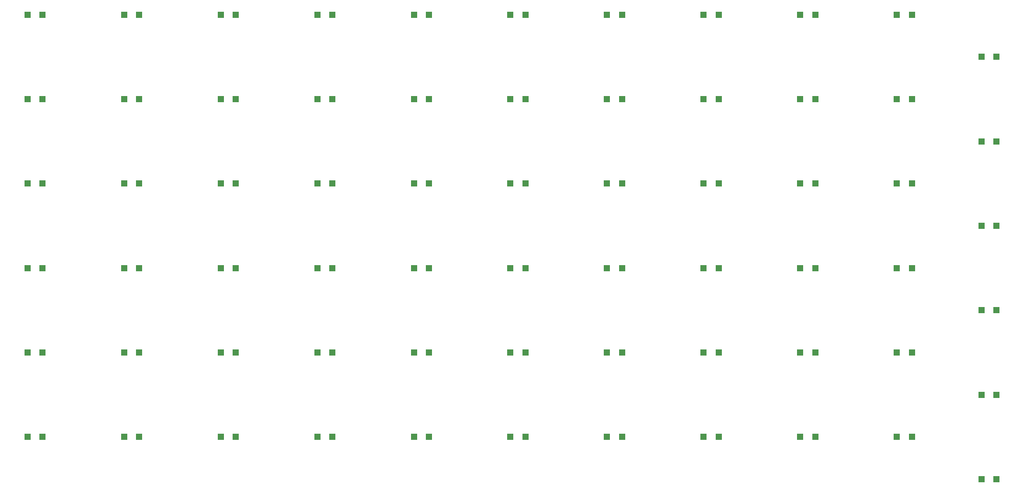
<source format=gbp>
%TF.GenerationSoftware,KiCad,Pcbnew,6.0.0-rc2-1.20211220git160328a.fc35*%
%TF.CreationDate,2022-01-02T14:26:23+00:00*%
%TF.ProjectId,Keypad_6x11,4b657970-6164-45f3-9678-31312e6b6963,rev?*%
%TF.SameCoordinates,Original*%
%TF.FileFunction,Paste,Bot*%
%TF.FilePolarity,Positive*%
%FSLAX46Y46*%
G04 Gerber Fmt 4.6, Leading zero omitted, Abs format (unit mm)*
G04 Created by KiCad (PCBNEW 6.0.0-rc2-1.20211220git160328a.fc35) date 2022-01-02 14:26:23*
%MOMM*%
%LPD*%
G01*
G04 APERTURE LIST*
%ADD10R,1.000000X1.000000*%
G04 APERTURE END LIST*
D10*
X119250000Y-87000000D03*
X116750000Y-87000000D03*
X183250000Y-45000000D03*
X180750000Y-45000000D03*
X103250000Y-73000000D03*
X100750000Y-73000000D03*
X87250000Y-101000000D03*
X84750000Y-101000000D03*
X245250000Y-52000000D03*
X242750000Y-52000000D03*
X215250000Y-101000000D03*
X212750000Y-101000000D03*
X135250000Y-73000000D03*
X132750000Y-73000000D03*
X151250000Y-87000000D03*
X148750000Y-87000000D03*
X135250000Y-87000000D03*
X132750000Y-87000000D03*
X215250000Y-87000000D03*
X212750000Y-87000000D03*
X87250000Y-115000000D03*
X84750000Y-115000000D03*
X135250000Y-115000000D03*
X132750000Y-115000000D03*
X135250000Y-45000000D03*
X132750000Y-45000000D03*
X167250000Y-115000000D03*
X164750000Y-115000000D03*
X167250000Y-59000000D03*
X164750000Y-59000000D03*
X87250000Y-59000000D03*
X84750000Y-59000000D03*
X135250000Y-59000000D03*
X132750000Y-59000000D03*
X245250000Y-94000000D03*
X242750000Y-94000000D03*
X215250000Y-73000000D03*
X212750000Y-73000000D03*
X103250000Y-115000000D03*
X100750000Y-115000000D03*
X199250000Y-45000000D03*
X196750000Y-45000000D03*
X215250000Y-45000000D03*
X212750000Y-45000000D03*
X231250000Y-115000000D03*
X228750000Y-115000000D03*
X103250000Y-101000000D03*
X100750000Y-101000000D03*
X215250000Y-59000000D03*
X212750000Y-59000000D03*
X183250000Y-87000000D03*
X180750000Y-87000000D03*
X245250000Y-80000000D03*
X242750000Y-80000000D03*
X103250000Y-59000000D03*
X100750000Y-59000000D03*
X199250000Y-115000000D03*
X196750000Y-115000000D03*
X199250000Y-101000000D03*
X196750000Y-101000000D03*
X215250000Y-115000000D03*
X212750000Y-115000000D03*
X167250000Y-87000000D03*
X164750000Y-87000000D03*
X199250000Y-59000000D03*
X196750000Y-59000000D03*
X245250000Y-122000000D03*
X242750000Y-122000000D03*
X199250000Y-73000000D03*
X196750000Y-73000000D03*
X167250000Y-45000000D03*
X164750000Y-45000000D03*
X151250000Y-115000000D03*
X148750000Y-115000000D03*
X231250000Y-59000000D03*
X228750000Y-59000000D03*
X87250000Y-87000000D03*
X84750000Y-87000000D03*
X151250000Y-101000000D03*
X148750000Y-101000000D03*
X151250000Y-45000000D03*
X148750000Y-45000000D03*
X119250000Y-115000000D03*
X116750000Y-115000000D03*
X167250000Y-73000000D03*
X164750000Y-73000000D03*
X87250000Y-45000000D03*
X84750000Y-45000000D03*
X231250000Y-73000000D03*
X228750000Y-73000000D03*
X167250000Y-101000000D03*
X164750000Y-101000000D03*
X199250000Y-87000000D03*
X196750000Y-87000000D03*
X231250000Y-101000000D03*
X228750000Y-101000000D03*
X119250000Y-59000000D03*
X116750000Y-59000000D03*
X231250000Y-45000000D03*
X228750000Y-45000000D03*
X103250000Y-45000000D03*
X100750000Y-45000000D03*
X231250000Y-87000000D03*
X228750000Y-87000000D03*
X119250000Y-101000000D03*
X116750000Y-101000000D03*
X135250000Y-101000000D03*
X132750000Y-101000000D03*
X245250000Y-66000000D03*
X242750000Y-66000000D03*
X87250000Y-73000000D03*
X84750000Y-73000000D03*
X151250000Y-59000000D03*
X148750000Y-59000000D03*
X183250000Y-115000000D03*
X180750000Y-115000000D03*
X119250000Y-45000000D03*
X116750000Y-45000000D03*
X245250000Y-108000000D03*
X242750000Y-108000000D03*
X183250000Y-59000000D03*
X180750000Y-59000000D03*
X183250000Y-73000000D03*
X180750000Y-73000000D03*
X103250000Y-87000000D03*
X100750000Y-87000000D03*
X151250000Y-73000000D03*
X148750000Y-73000000D03*
X183250000Y-101000000D03*
X180750000Y-101000000D03*
X119250000Y-73000000D03*
X116750000Y-73000000D03*
M02*

</source>
